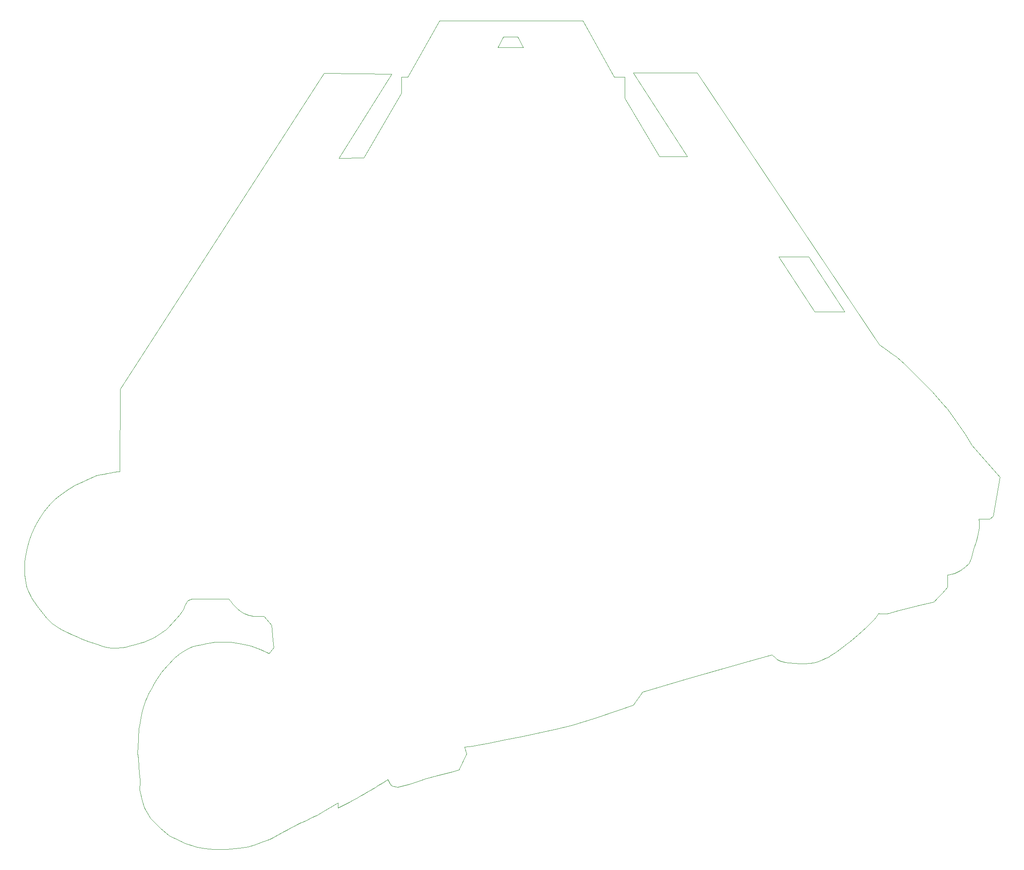
<source format=gbr>
G04 #@! TF.GenerationSoftware,KiCad,Pcbnew,(5.1.0)-1*
G04 #@! TF.CreationDate,2019-04-09T18:07:07-05:00*
G04 #@! TF.ProjectId,3000_Society_Badge_K5,33303030-5f53-46f6-9369-6574795f4261,2*
G04 #@! TF.SameCoordinates,Original*
G04 #@! TF.FileFunction,Profile,NP*
%FSLAX46Y46*%
G04 Gerber Fmt 4.6, Leading zero omitted, Abs format (unit mm)*
G04 Created by KiCad (PCBNEW (5.1.0)-1) date 2019-04-09 18:07:07*
%MOMM*%
%LPD*%
G04 APERTURE LIST*
%ADD10C,0.050000*%
%ADD11C,0.036000*%
G04 APERTURE END LIST*
D10*
X208220000Y-78910000D02*
X202213905Y-78911379D01*
X201006095Y-67888621D02*
X208220000Y-78910000D01*
X195010000Y-67890000D02*
X201006095Y-67888621D01*
X202213905Y-78911379D02*
X195010000Y-67890000D01*
X138800000Y-26000000D02*
X139900000Y-23900000D01*
X143900000Y-26000000D02*
X138800000Y-26000000D01*
X142800000Y-23900000D02*
X143900000Y-26000000D01*
X139900000Y-23900000D02*
X142800000Y-23900000D01*
D11*
X72909999Y-183773750D02*
X73142500Y-183905001D01*
X78576248Y-186098751D02*
X80222499Y-186398750D01*
X66921248Y-169810625D02*
X67022500Y-171211251D01*
X69129999Y-180117500D02*
X69253749Y-180338751D01*
X93640000Y-184235000D02*
X94419999Y-183822500D01*
X66938125Y-162380000D02*
X66825625Y-164196875D01*
X71260000Y-182307501D02*
X72909999Y-183773750D01*
X92492500Y-184741250D02*
X93126249Y-184490001D01*
X68286249Y-178643750D02*
X68679999Y-179322500D01*
X90234999Y-185592501D02*
X91735000Y-185041251D01*
X67146248Y-172628751D02*
X67135000Y-172906250D01*
X68265625Y-156715625D02*
X67928125Y-157756251D01*
X69795625Y-153695000D02*
X69503125Y-154229375D01*
X67135000Y-172906250D02*
X67078748Y-174650000D01*
X91735000Y-185041251D02*
X92492500Y-184741250D01*
X88802500Y-186005000D02*
X90234999Y-185592501D01*
X70183748Y-181295001D02*
X71260000Y-182307501D01*
X67078748Y-174650000D02*
X67127499Y-174905001D01*
X80222499Y-186398750D02*
X81778750Y-186511250D01*
X73967499Y-184280000D02*
X75535000Y-185037500D01*
X67022500Y-171211251D02*
X67146248Y-172628751D01*
X69503125Y-154229375D02*
X69193748Y-154780625D01*
X66696248Y-167290625D02*
X66797500Y-168297500D01*
X69193748Y-154780625D02*
X68839375Y-155410625D01*
X67558750Y-176817501D02*
X68027499Y-178137500D01*
X68027499Y-178137500D02*
X68286249Y-178643750D01*
X68839375Y-155410625D02*
X68490625Y-156181252D01*
X67050625Y-161609375D02*
X66938125Y-162380000D01*
X67630000Y-158853125D02*
X67410625Y-159680000D01*
X84474999Y-186511250D02*
X87058748Y-186316250D01*
X99332500Y-181227501D02*
X99868750Y-180983750D01*
X68679999Y-179322500D02*
X69129999Y-180117500D01*
X81778750Y-186511250D02*
X84474999Y-186511250D01*
X75958749Y-185236250D02*
X78576248Y-186098751D01*
X66696248Y-166868751D02*
X66696248Y-167290625D01*
X66825625Y-164196875D02*
X66713125Y-166334375D01*
X68490625Y-156181252D02*
X68265625Y-156715625D01*
X73142500Y-183905001D02*
X73967499Y-184280000D01*
X100600000Y-180657500D02*
X101290000Y-180301250D01*
X67410625Y-159680000D02*
X67050625Y-161609375D01*
X95946248Y-182963750D02*
X96767500Y-182525000D01*
X100206250Y-180826250D02*
X100600000Y-180657500D01*
X99868750Y-180983750D02*
X100206250Y-180826250D01*
X98706249Y-181516250D02*
X99332500Y-181227501D01*
X66797500Y-168297500D02*
X66921248Y-169810625D01*
X98064999Y-181850000D02*
X98706249Y-181516250D01*
X97442500Y-182161251D02*
X98064999Y-181850000D01*
X96767500Y-182525000D02*
X97442500Y-182161251D01*
X87058748Y-186316250D02*
X88802500Y-186005000D01*
X95158748Y-183410001D02*
X95946248Y-182963750D01*
X67127499Y-174905001D02*
X67558750Y-176817501D01*
X67928125Y-157756251D02*
X67630000Y-158853125D01*
X94419999Y-183822500D02*
X95158748Y-183410001D01*
X93126249Y-184490001D02*
X93640000Y-184235000D01*
X75535000Y-185037500D02*
X75958749Y-185236250D01*
X66713125Y-166334375D02*
X66696248Y-166868751D01*
X69253749Y-180338751D02*
X70183748Y-181295001D01*
X75938125Y-146826875D02*
X75561248Y-147080000D01*
X80663125Y-145291252D02*
X79498748Y-145516252D01*
X82063748Y-145060625D02*
X81715000Y-145105625D01*
X87188125Y-138755000D02*
X87694375Y-139109375D01*
X84932500Y-145049375D02*
X84043748Y-145010000D01*
X76742500Y-136730000D02*
X76883125Y-136634375D01*
X87750625Y-145426252D02*
X86878748Y-145285625D01*
X86743748Y-138400625D02*
X87188125Y-138755000D01*
X89134375Y-139711252D02*
X89612500Y-139823752D01*
X92515000Y-147085625D02*
X91896248Y-146793125D01*
X85331875Y-136926875D02*
X85686248Y-137388125D01*
X88594375Y-145606252D02*
X87750625Y-145426252D01*
X93752500Y-144610625D02*
X93893125Y-146146252D01*
X90068125Y-146090000D02*
X89325625Y-145831252D01*
X77788748Y-136398125D02*
X80207500Y-136409375D01*
X91896248Y-146793125D02*
X91406875Y-146579375D01*
X87694375Y-139109375D02*
X88105000Y-139362500D01*
X76883125Y-136634375D02*
X77096875Y-136550000D01*
X93893125Y-146146252D02*
X92981875Y-147321875D01*
X91980625Y-139868752D02*
X93482500Y-141685625D01*
X89753125Y-139863125D02*
X91553125Y-139880000D01*
X85686248Y-137388125D02*
X86006875Y-137714375D01*
X77501875Y-136426252D02*
X77788748Y-136398125D01*
X84960625Y-136392500D02*
X85123748Y-136662500D01*
X76849375Y-146337500D02*
X75938125Y-146826875D01*
X90715000Y-146315000D02*
X90068125Y-146090000D01*
X77096875Y-136550000D02*
X77293748Y-136482500D01*
X71415625Y-151169375D02*
X70965625Y-151816252D01*
X76601875Y-136904375D02*
X76742500Y-136730000D01*
X91553125Y-139880000D02*
X91980625Y-139868752D01*
X74503748Y-147867500D02*
X74222500Y-148120625D01*
X75561248Y-147080000D02*
X75083125Y-147417500D01*
X77614375Y-145971875D02*
X77203748Y-146168752D01*
X79498748Y-145516252D02*
X78193748Y-145797500D01*
X88751875Y-139598752D02*
X89134375Y-139711252D01*
X86006875Y-137714375D02*
X86400625Y-138119375D01*
X81715000Y-145105625D02*
X80663125Y-145291252D01*
X85123748Y-136662500D02*
X85331875Y-136926875D01*
X93482500Y-141685625D02*
X93752500Y-144610625D01*
X70150000Y-153048125D02*
X69795625Y-153695000D01*
X80207500Y-136409375D02*
X84960625Y-136392500D01*
X89612500Y-139823752D02*
X89753125Y-139863125D01*
X70543748Y-152418125D02*
X70150000Y-153048125D01*
X70965625Y-151816252D02*
X70543748Y-152418125D01*
X71978125Y-150466252D02*
X71415625Y-151169375D01*
X72591248Y-149780000D02*
X71978125Y-150466252D01*
X86400625Y-138119375D02*
X86743748Y-138400625D01*
X73001875Y-149335625D02*
X72591248Y-149780000D01*
X86878748Y-145285625D02*
X85309375Y-145077500D01*
X73705000Y-148626875D02*
X73001875Y-149335625D01*
X74222500Y-148120625D02*
X73705000Y-148626875D01*
X85309375Y-145077500D02*
X84932500Y-145049375D01*
X88386248Y-139475000D02*
X88751875Y-139598752D01*
X89325625Y-145831252D02*
X88594375Y-145606252D01*
X76444375Y-137185625D02*
X76601875Y-136904375D01*
X88105000Y-139362500D02*
X88386248Y-139475000D01*
X75083125Y-147417500D02*
X74503748Y-147867500D01*
X92981875Y-147321875D02*
X92515000Y-147085625D01*
X84043748Y-145010000D02*
X82862500Y-145021252D01*
X78193748Y-145797500D02*
X77614375Y-145971875D01*
X77203748Y-146168752D02*
X76849375Y-146337500D01*
X82862500Y-145021252D02*
X82063748Y-145060625D01*
X91406875Y-146579375D02*
X90715000Y-146315000D01*
X77293748Y-136482500D02*
X77501875Y-136426252D01*
X44393125Y-133681252D02*
X44488750Y-133996252D01*
X44590000Y-126188752D02*
X44252500Y-127881875D01*
X71100625Y-143440625D02*
X71590000Y-143131252D01*
X75544375Y-138980000D02*
X75853748Y-138434375D01*
X73710625Y-141185000D02*
X74554375Y-140228752D01*
X44843125Y-134918752D02*
X45304375Y-135897500D01*
X76264375Y-137534375D02*
X76444375Y-137185625D01*
X49191249Y-140988125D02*
X49596249Y-141320000D01*
X49247500Y-117395000D02*
X48325000Y-118430000D01*
X76095625Y-137928125D02*
X76264375Y-137534375D01*
X63585625Y-146180000D02*
X64260625Y-146028125D01*
X55609375Y-144470000D02*
X56953749Y-144976252D01*
X44044375Y-131560625D02*
X44196250Y-132556252D01*
X72844375Y-142056875D02*
X73710625Y-141185000D01*
X71944375Y-142861252D02*
X72304375Y-142568752D01*
X54287500Y-143879375D02*
X55609375Y-144470000D01*
X44044375Y-129867500D02*
X44044375Y-131560625D01*
X71590000Y-143131252D02*
X71944375Y-142861252D01*
X70549375Y-143766875D02*
X71100625Y-143440625D01*
X69874375Y-144160625D02*
X70549375Y-143766875D01*
X69261248Y-144464375D02*
X69874375Y-144160625D01*
X68681875Y-144745625D02*
X69261248Y-144464375D01*
X44095000Y-128922500D02*
X44044375Y-129867500D01*
X44252500Y-127881875D02*
X44095000Y-128922500D01*
X52735000Y-114516875D02*
X50987500Y-115715000D01*
X44955625Y-124670000D02*
X44590000Y-126188752D01*
X56953749Y-144976252D02*
X58264375Y-145415000D01*
X47987500Y-118842500D02*
X47297500Y-119877500D01*
X61290625Y-146219375D02*
X62320000Y-146219375D01*
X59980000Y-145983125D02*
X60379375Y-146095625D01*
X45445000Y-136178752D02*
X45979375Y-136994375D01*
X67922500Y-145015625D02*
X68681875Y-144745625D01*
X48454375Y-140200625D02*
X49191249Y-140988125D01*
X64260625Y-146028125D02*
X65076249Y-145831252D01*
X62320000Y-146219375D02*
X63585625Y-146180000D01*
X45304375Y-135897500D02*
X45445000Y-136178752D01*
X47297500Y-119877500D02*
X46607499Y-121002500D01*
X51103749Y-142310000D02*
X51806875Y-142715000D01*
X58264375Y-145415000D02*
X59980000Y-145983125D01*
X67258748Y-145251875D02*
X67922500Y-145015625D01*
X65076249Y-145831252D02*
X66122500Y-145578125D01*
X60379375Y-146095625D02*
X61290625Y-146219375D01*
X47515000Y-139058752D02*
X48454375Y-140200625D01*
X46626249Y-137877500D02*
X47515000Y-139058752D01*
X45979375Y-136994375D02*
X46626249Y-137877500D01*
X45407500Y-123470000D02*
X44955625Y-124670000D01*
X44488750Y-133996252D02*
X44843125Y-134918752D01*
X50147500Y-116457500D02*
X49247500Y-117395000D01*
X46120000Y-121925000D02*
X45745000Y-122705000D01*
X48325000Y-118430000D02*
X47987500Y-118842500D01*
X52583125Y-143120000D02*
X53426875Y-143502500D01*
X74554375Y-140228752D02*
X75122500Y-139542500D01*
X72304375Y-142568752D02*
X72844375Y-142056875D01*
X75853748Y-138434375D02*
X76095625Y-137928125D01*
X44196250Y-132556252D02*
X44393125Y-133681252D01*
X66122500Y-145578125D02*
X67258748Y-145251875D01*
X75122500Y-139542500D02*
X75544375Y-138980000D01*
X50321875Y-141860000D02*
X51103749Y-142310000D01*
X51806875Y-142715000D02*
X52583125Y-143120000D01*
X45745000Y-122705000D02*
X45407500Y-123470000D01*
X49596249Y-141320000D02*
X50321875Y-141860000D01*
X46607499Y-121002500D02*
X46120000Y-121925000D01*
X50987500Y-115715000D02*
X50147500Y-116457500D01*
X53426875Y-143502500D02*
X54287500Y-143879375D01*
X53376249Y-114111875D02*
X52735000Y-114516875D01*
X53983749Y-113746253D02*
X53376249Y-114111875D01*
X55519375Y-113003753D02*
X54585625Y-113453753D01*
X56560000Y-112520000D02*
X55519375Y-113003753D01*
X58468749Y-111721253D02*
X57488125Y-112098125D01*
X117568747Y-31317500D02*
X103978748Y-31193755D01*
X103978748Y-31193755D02*
X63163749Y-94424375D01*
X63131323Y-110892324D02*
X62642500Y-110960000D01*
X59931250Y-111391250D02*
X59331249Y-111507500D01*
X61254999Y-111158750D02*
X60636249Y-111260000D01*
X106920625Y-48147500D02*
X117568747Y-31317500D01*
X127085406Y-20650532D02*
X120735569Y-31916605D01*
X62012500Y-111046250D02*
X61254999Y-111158750D01*
X62642500Y-110960000D02*
X62012500Y-111046250D01*
X63163749Y-94424375D02*
X63131323Y-110892324D01*
X111943747Y-48102500D02*
X106920625Y-48147500D01*
X119486875Y-31910938D02*
X119484999Y-35161251D01*
X120735569Y-31916605D02*
X119486875Y-31910938D01*
X57488125Y-112098125D02*
X56560000Y-112520000D01*
X54585625Y-113453753D02*
X53983749Y-113746253D01*
X59331249Y-111507500D02*
X58468749Y-111721253D01*
X60636249Y-111260000D02*
X59931250Y-111391250D01*
X119484999Y-35161251D02*
X111943747Y-48102500D01*
X227821562Y-135242188D02*
X228839687Y-134024375D01*
X234062500Y-126312500D02*
X234531250Y-124876250D01*
X201288437Y-149282188D02*
X201991562Y-149183752D01*
X210850000Y-143592500D02*
X212552500Y-142115000D01*
X230155000Y-131333750D02*
X231332499Y-130763750D01*
X228955794Y-131598677D02*
X229054264Y-131585971D01*
X214990000Y-139317500D02*
X215125441Y-139347148D01*
X235931323Y-120413265D02*
X237244264Y-120423853D01*
X228921911Y-131593383D02*
X228955794Y-131598677D01*
X214074999Y-140585000D02*
X214465000Y-140082500D01*
X234531250Y-124876250D02*
X234786249Y-123833750D01*
X231332499Y-130763750D02*
X232262500Y-130043750D01*
X234786249Y-123833750D02*
X235138750Y-122183750D01*
X233500000Y-128292500D02*
X234062500Y-126312500D01*
X229686382Y-131434559D02*
X230155000Y-131333750D01*
X205636562Y-147620000D02*
X206210312Y-147262813D01*
X229054264Y-131585971D02*
X229686382Y-131434559D01*
X206210312Y-147262813D02*
X206702500Y-146888752D01*
X204885625Y-148053125D02*
X205636562Y-147620000D01*
X215125441Y-139347148D02*
X215432500Y-139367265D01*
X217344735Y-139181971D02*
X218477676Y-138889736D01*
X237972735Y-119807618D02*
X239260000Y-112013753D01*
X235138750Y-122183750D02*
X235138750Y-121475000D01*
X232262500Y-130043750D02*
X233106250Y-129282500D01*
X235281205Y-120419618D02*
X235931323Y-120413265D01*
X235088500Y-120409030D02*
X235281205Y-120419618D01*
X235138750Y-121475000D02*
X235116029Y-120942677D01*
X223093750Y-137680625D02*
X226046875Y-137000000D01*
X201991562Y-149183752D02*
X202343125Y-149107813D01*
X200115625Y-149324375D02*
X201288437Y-149282188D01*
X233106250Y-129282500D02*
X233500000Y-128292500D01*
X228820000Y-131566252D02*
X228921911Y-131593383D01*
X228839687Y-134024375D02*
X228820000Y-131566252D01*
X216260499Y-139372559D02*
X216592970Y-139340795D01*
X202855000Y-148939063D02*
X203718437Y-148593125D01*
X215432500Y-139367265D02*
X215707794Y-139377853D01*
X197078125Y-149178125D02*
X198132812Y-149285000D01*
X226789375Y-136274375D02*
X227821562Y-135242188D01*
X226046875Y-137000000D02*
X226789375Y-136274375D01*
X208685312Y-145381252D02*
X209171875Y-145007188D01*
X209171875Y-145007188D02*
X210850000Y-143592500D01*
X199342187Y-149341252D02*
X200115625Y-149324375D01*
X215707794Y-139377853D02*
X216260499Y-139372559D01*
X198132812Y-149285000D02*
X199342187Y-149341252D01*
X204407500Y-148292188D02*
X204885625Y-148053125D01*
X217080029Y-139249736D02*
X217344735Y-139181971D01*
X216592970Y-139340795D02*
X217080029Y-139249736D01*
X203718437Y-148593125D02*
X204407500Y-148292188D01*
X214465000Y-140082500D02*
X214990000Y-139317500D01*
X202343125Y-149107813D02*
X202855000Y-148939063D01*
X207138437Y-146559688D02*
X208111562Y-145822813D01*
X206702500Y-146888752D02*
X207138437Y-146559688D01*
X218477676Y-138889736D02*
X223093750Y-137680625D01*
X237244264Y-120423853D02*
X237972735Y-119807618D01*
X235116029Y-120942677D02*
X235088500Y-120409030D01*
X208111562Y-145822813D02*
X208685312Y-145381252D01*
X212552500Y-142115000D02*
X214074999Y-140585000D01*
X102246248Y-179855001D02*
X102519999Y-179720001D01*
X103930000Y-178928750D02*
X104353749Y-178666250D01*
X196335625Y-149071252D02*
X197078125Y-149178125D01*
X110031247Y-176558751D02*
X110417499Y-176333751D01*
X195716875Y-148953125D02*
X196335625Y-149071252D01*
X124360937Y-172372813D02*
X126481562Y-171818751D01*
X110417499Y-176333751D02*
X110950000Y-176026251D01*
X134561875Y-165738125D02*
X136915937Y-165271251D01*
X112401250Y-175212500D02*
X112712499Y-175032500D01*
X194395000Y-148269688D02*
X194695937Y-148503125D01*
X165872499Y-157640000D02*
X167739999Y-155060001D01*
X117585625Y-173824063D02*
X118721875Y-174049063D01*
X108962500Y-177121251D02*
X109581247Y-176791251D01*
X195365312Y-148818125D02*
X195716875Y-148953125D01*
X194695937Y-148503125D02*
X195365312Y-148818125D01*
X162895000Y-158667500D02*
X165872499Y-157640000D01*
X117234062Y-173388125D02*
X117585625Y-173824063D01*
X194133437Y-148044688D02*
X194395000Y-148269688D01*
X110950000Y-176026251D02*
X111362499Y-175790000D01*
X109581247Y-176791251D02*
X110031247Y-176558751D01*
X106768747Y-177203750D02*
X106761249Y-178208750D01*
X167739999Y-155060001D02*
X176293746Y-152525000D01*
X117163747Y-173270000D02*
X117234062Y-173388125D01*
X116743750Y-172595000D02*
X117163747Y-173270000D01*
X111362499Y-175790000D02*
X111744999Y-175576251D01*
X115558749Y-173341251D02*
X116226250Y-172925001D01*
X112975000Y-174882501D02*
X113226247Y-174721251D01*
X101747500Y-180087500D02*
X102246248Y-179855001D01*
X193894375Y-147794375D02*
X194133437Y-148044688D01*
X188511245Y-148981252D02*
X193697500Y-147541252D01*
X129533125Y-170994688D02*
X130987187Y-170586875D01*
X193697500Y-147541252D02*
X193894375Y-147794375D01*
X133746247Y-165850625D02*
X134561875Y-165738125D01*
X176293746Y-152525000D02*
X188511245Y-148981252D01*
X143719375Y-163943751D02*
X150328746Y-162470000D01*
X126481562Y-171818751D02*
X129533125Y-170994688D01*
X113226247Y-174721251D02*
X113552500Y-174533751D01*
X132078437Y-166075625D02*
X133746247Y-165850625D01*
X132500312Y-167434063D02*
X132078437Y-166075625D01*
X102808748Y-179555000D02*
X103480000Y-179165000D01*
X130987187Y-170586875D02*
X132500312Y-167434063D01*
X101290000Y-180301250D02*
X101747500Y-180087500D01*
X123154375Y-172775000D02*
X124360937Y-172372813D01*
X108137500Y-177533751D02*
X108962500Y-177121251D01*
X102519999Y-179720001D02*
X102808748Y-179555000D01*
X114958747Y-173697500D02*
X115558749Y-173341251D01*
X112063750Y-175407500D02*
X112401250Y-175212500D01*
X104353749Y-178666250D02*
X104935000Y-178310000D01*
X114047500Y-174241251D02*
X114546249Y-173941250D01*
X112712499Y-175032500D02*
X112975000Y-174882501D01*
X153492812Y-161702188D02*
X158170000Y-160242500D01*
X103480000Y-179165000D02*
X103930000Y-178928750D01*
X158170000Y-160242500D02*
X162895000Y-158667500D01*
X150328746Y-162470000D02*
X153492812Y-161702188D01*
X118721875Y-174049063D02*
X121081562Y-173452813D01*
X106761249Y-178208750D02*
X108137500Y-177533751D01*
X140161562Y-164641251D02*
X143719375Y-163943751D01*
X136915937Y-165271251D02*
X140161562Y-164641251D01*
X121081562Y-173452813D02*
X123154375Y-172775000D01*
X114546249Y-173941250D02*
X114958747Y-173697500D01*
X116226250Y-172925001D02*
X116743750Y-172595000D01*
X113552500Y-174533751D02*
X114047500Y-174241251D01*
X111744999Y-175576251D02*
X112063750Y-175407500D01*
X104935000Y-178310000D02*
X106768747Y-177203750D01*
X230027499Y-100152501D02*
X228827500Y-98427500D01*
X155807500Y-20650532D02*
X127085406Y-20650532D01*
X162104687Y-31919375D02*
X155807500Y-20650532D01*
X217637500Y-87267500D02*
X216287500Y-86262500D01*
X225707499Y-94947500D02*
X224657500Y-93777500D01*
X164209291Y-36187644D02*
X164174687Y-31919375D01*
X224657500Y-93777500D02*
X223457499Y-92622500D01*
X220142500Y-89367500D02*
X218612500Y-88017500D01*
X171175000Y-47877500D02*
X164209291Y-36187644D01*
X215162500Y-85512500D02*
X178690000Y-31070000D01*
X227882500Y-97347500D02*
X225707499Y-94947500D01*
X239260000Y-112013753D02*
X233747500Y-105668753D01*
X228827500Y-98427500D02*
X227882500Y-97347500D01*
X216287500Y-86262500D02*
X215162500Y-85512500D01*
X165910000Y-31115000D02*
X176687500Y-47877500D01*
X223457499Y-92622500D02*
X220142500Y-89367500D01*
X218612500Y-88017500D02*
X217637500Y-87267500D01*
X232232499Y-103302501D02*
X230027499Y-100152501D01*
X164174687Y-31919375D02*
X162104687Y-31919375D01*
X233747500Y-105668753D02*
X232232499Y-103302501D01*
X176687500Y-47877500D02*
X171175000Y-47877500D01*
X178690000Y-31070000D02*
X165910000Y-31115000D01*
M02*

</source>
